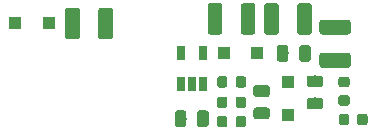
<source format=gbr>
%TF.GenerationSoftware,KiCad,Pcbnew,(5.0.2)-1*%
%TF.CreationDate,2019-03-05T14:35:33+01:00*%
%TF.ProjectId,ac-dc-converter-mp171,61632d64-632d-4636-9f6e-766572746572,rev?*%
%TF.SameCoordinates,Original*%
%TF.FileFunction,Paste,Top*%
%TF.FilePolarity,Positive*%
%FSLAX46Y46*%
G04 Gerber Fmt 4.6, Leading zero omitted, Abs format (unit mm)*
G04 Created by KiCad (PCBNEW (5.0.2)-1) date 05/03/2019 14:35:33*
%MOMM*%
%LPD*%
G01*
G04 APERTURE LIST*
%ADD10C,0.100000*%
%ADD11C,0.875000*%
%ADD12C,1.250000*%
%ADD13C,0.975000*%
%ADD14R,0.650000X1.220000*%
%ADD15R,1.100000X1.100000*%
G04 APERTURE END LIST*
D10*
G36*
X139533691Y-105698053D02*
X139554926Y-105701203D01*
X139575750Y-105706419D01*
X139595962Y-105713651D01*
X139615368Y-105722830D01*
X139633781Y-105733866D01*
X139651024Y-105746654D01*
X139666930Y-105761070D01*
X139681346Y-105776976D01*
X139694134Y-105794219D01*
X139705170Y-105812632D01*
X139714349Y-105832038D01*
X139721581Y-105852250D01*
X139726797Y-105873074D01*
X139729947Y-105894309D01*
X139731000Y-105915750D01*
X139731000Y-106428250D01*
X139729947Y-106449691D01*
X139726797Y-106470926D01*
X139721581Y-106491750D01*
X139714349Y-106511962D01*
X139705170Y-106531368D01*
X139694134Y-106549781D01*
X139681346Y-106567024D01*
X139666930Y-106582930D01*
X139651024Y-106597346D01*
X139633781Y-106610134D01*
X139615368Y-106621170D01*
X139595962Y-106630349D01*
X139575750Y-106637581D01*
X139554926Y-106642797D01*
X139533691Y-106645947D01*
X139512250Y-106647000D01*
X139074750Y-106647000D01*
X139053309Y-106645947D01*
X139032074Y-106642797D01*
X139011250Y-106637581D01*
X138991038Y-106630349D01*
X138971632Y-106621170D01*
X138953219Y-106610134D01*
X138935976Y-106597346D01*
X138920070Y-106582930D01*
X138905654Y-106567024D01*
X138892866Y-106549781D01*
X138881830Y-106531368D01*
X138872651Y-106511962D01*
X138865419Y-106491750D01*
X138860203Y-106470926D01*
X138857053Y-106449691D01*
X138856000Y-106428250D01*
X138856000Y-105915750D01*
X138857053Y-105894309D01*
X138860203Y-105873074D01*
X138865419Y-105852250D01*
X138872651Y-105832038D01*
X138881830Y-105812632D01*
X138892866Y-105794219D01*
X138905654Y-105776976D01*
X138920070Y-105761070D01*
X138935976Y-105746654D01*
X138953219Y-105733866D01*
X138971632Y-105722830D01*
X138991038Y-105713651D01*
X139011250Y-105706419D01*
X139032074Y-105701203D01*
X139053309Y-105698053D01*
X139074750Y-105697000D01*
X139512250Y-105697000D01*
X139533691Y-105698053D01*
X139533691Y-105698053D01*
G37*
D11*
X139293500Y-106172000D03*
D10*
G36*
X141108691Y-105698053D02*
X141129926Y-105701203D01*
X141150750Y-105706419D01*
X141170962Y-105713651D01*
X141190368Y-105722830D01*
X141208781Y-105733866D01*
X141226024Y-105746654D01*
X141241930Y-105761070D01*
X141256346Y-105776976D01*
X141269134Y-105794219D01*
X141280170Y-105812632D01*
X141289349Y-105832038D01*
X141296581Y-105852250D01*
X141301797Y-105873074D01*
X141304947Y-105894309D01*
X141306000Y-105915750D01*
X141306000Y-106428250D01*
X141304947Y-106449691D01*
X141301797Y-106470926D01*
X141296581Y-106491750D01*
X141289349Y-106511962D01*
X141280170Y-106531368D01*
X141269134Y-106549781D01*
X141256346Y-106567024D01*
X141241930Y-106582930D01*
X141226024Y-106597346D01*
X141208781Y-106610134D01*
X141190368Y-106621170D01*
X141170962Y-106630349D01*
X141150750Y-106637581D01*
X141129926Y-106642797D01*
X141108691Y-106645947D01*
X141087250Y-106647000D01*
X140649750Y-106647000D01*
X140628309Y-106645947D01*
X140607074Y-106642797D01*
X140586250Y-106637581D01*
X140566038Y-106630349D01*
X140546632Y-106621170D01*
X140528219Y-106610134D01*
X140510976Y-106597346D01*
X140495070Y-106582930D01*
X140480654Y-106567024D01*
X140467866Y-106549781D01*
X140456830Y-106531368D01*
X140447651Y-106511962D01*
X140440419Y-106491750D01*
X140435203Y-106470926D01*
X140432053Y-106449691D01*
X140431000Y-106428250D01*
X140431000Y-105915750D01*
X140432053Y-105894309D01*
X140435203Y-105873074D01*
X140440419Y-105852250D01*
X140447651Y-105832038D01*
X140456830Y-105812632D01*
X140467866Y-105794219D01*
X140480654Y-105776976D01*
X140495070Y-105761070D01*
X140510976Y-105746654D01*
X140528219Y-105733866D01*
X140546632Y-105722830D01*
X140566038Y-105713651D01*
X140586250Y-105706419D01*
X140607074Y-105701203D01*
X140628309Y-105698053D01*
X140649750Y-105697000D01*
X141087250Y-105697000D01*
X141108691Y-105698053D01*
X141108691Y-105698053D01*
G37*
D11*
X140868500Y-106172000D03*
D10*
G36*
X139596691Y-102560553D02*
X139617926Y-102563703D01*
X139638750Y-102568919D01*
X139658962Y-102576151D01*
X139678368Y-102585330D01*
X139696781Y-102596366D01*
X139714024Y-102609154D01*
X139729930Y-102623570D01*
X139744346Y-102639476D01*
X139757134Y-102656719D01*
X139768170Y-102675132D01*
X139777349Y-102694538D01*
X139784581Y-102714750D01*
X139789797Y-102735574D01*
X139792947Y-102756809D01*
X139794000Y-102778250D01*
X139794000Y-103215750D01*
X139792947Y-103237191D01*
X139789797Y-103258426D01*
X139784581Y-103279250D01*
X139777349Y-103299462D01*
X139768170Y-103318868D01*
X139757134Y-103337281D01*
X139744346Y-103354524D01*
X139729930Y-103370430D01*
X139714024Y-103384846D01*
X139696781Y-103397634D01*
X139678368Y-103408670D01*
X139658962Y-103417849D01*
X139638750Y-103425081D01*
X139617926Y-103430297D01*
X139596691Y-103433447D01*
X139575250Y-103434500D01*
X139062750Y-103434500D01*
X139041309Y-103433447D01*
X139020074Y-103430297D01*
X138999250Y-103425081D01*
X138979038Y-103417849D01*
X138959632Y-103408670D01*
X138941219Y-103397634D01*
X138923976Y-103384846D01*
X138908070Y-103370430D01*
X138893654Y-103354524D01*
X138880866Y-103337281D01*
X138869830Y-103318868D01*
X138860651Y-103299462D01*
X138853419Y-103279250D01*
X138848203Y-103258426D01*
X138845053Y-103237191D01*
X138844000Y-103215750D01*
X138844000Y-102778250D01*
X138845053Y-102756809D01*
X138848203Y-102735574D01*
X138853419Y-102714750D01*
X138860651Y-102694538D01*
X138869830Y-102675132D01*
X138880866Y-102656719D01*
X138893654Y-102639476D01*
X138908070Y-102623570D01*
X138923976Y-102609154D01*
X138941219Y-102596366D01*
X138959632Y-102585330D01*
X138979038Y-102576151D01*
X138999250Y-102568919D01*
X139020074Y-102563703D01*
X139041309Y-102560553D01*
X139062750Y-102559500D01*
X139575250Y-102559500D01*
X139596691Y-102560553D01*
X139596691Y-102560553D01*
G37*
D11*
X139319000Y-102997000D03*
D10*
G36*
X139596691Y-104135553D02*
X139617926Y-104138703D01*
X139638750Y-104143919D01*
X139658962Y-104151151D01*
X139678368Y-104160330D01*
X139696781Y-104171366D01*
X139714024Y-104184154D01*
X139729930Y-104198570D01*
X139744346Y-104214476D01*
X139757134Y-104231719D01*
X139768170Y-104250132D01*
X139777349Y-104269538D01*
X139784581Y-104289750D01*
X139789797Y-104310574D01*
X139792947Y-104331809D01*
X139794000Y-104353250D01*
X139794000Y-104790750D01*
X139792947Y-104812191D01*
X139789797Y-104833426D01*
X139784581Y-104854250D01*
X139777349Y-104874462D01*
X139768170Y-104893868D01*
X139757134Y-104912281D01*
X139744346Y-104929524D01*
X139729930Y-104945430D01*
X139714024Y-104959846D01*
X139696781Y-104972634D01*
X139678368Y-104983670D01*
X139658962Y-104992849D01*
X139638750Y-105000081D01*
X139617926Y-105005297D01*
X139596691Y-105008447D01*
X139575250Y-105009500D01*
X139062750Y-105009500D01*
X139041309Y-105008447D01*
X139020074Y-105005297D01*
X138999250Y-105000081D01*
X138979038Y-104992849D01*
X138959632Y-104983670D01*
X138941219Y-104972634D01*
X138923976Y-104959846D01*
X138908070Y-104945430D01*
X138893654Y-104929524D01*
X138880866Y-104912281D01*
X138869830Y-104893868D01*
X138860651Y-104874462D01*
X138853419Y-104854250D01*
X138848203Y-104833426D01*
X138845053Y-104812191D01*
X138844000Y-104790750D01*
X138844000Y-104353250D01*
X138845053Y-104331809D01*
X138848203Y-104310574D01*
X138853419Y-104289750D01*
X138860651Y-104269538D01*
X138869830Y-104250132D01*
X138880866Y-104231719D01*
X138893654Y-104214476D01*
X138908070Y-104198570D01*
X138923976Y-104184154D01*
X138941219Y-104171366D01*
X138959632Y-104160330D01*
X138979038Y-104151151D01*
X138999250Y-104143919D01*
X139020074Y-104138703D01*
X139041309Y-104135553D01*
X139062750Y-104134500D01*
X139575250Y-104134500D01*
X139596691Y-104135553D01*
X139596691Y-104135553D01*
G37*
D11*
X139319000Y-104572000D03*
D10*
G36*
X116728504Y-96720204D02*
X116752773Y-96723804D01*
X116776571Y-96729765D01*
X116799671Y-96738030D01*
X116821849Y-96748520D01*
X116842893Y-96761133D01*
X116862598Y-96775747D01*
X116880777Y-96792223D01*
X116897253Y-96810402D01*
X116911867Y-96830107D01*
X116924480Y-96851151D01*
X116934970Y-96873329D01*
X116943235Y-96896429D01*
X116949196Y-96920227D01*
X116952796Y-96944496D01*
X116954000Y-96969000D01*
X116954000Y-99119000D01*
X116952796Y-99143504D01*
X116949196Y-99167773D01*
X116943235Y-99191571D01*
X116934970Y-99214671D01*
X116924480Y-99236849D01*
X116911867Y-99257893D01*
X116897253Y-99277598D01*
X116880777Y-99295777D01*
X116862598Y-99312253D01*
X116842893Y-99326867D01*
X116821849Y-99339480D01*
X116799671Y-99349970D01*
X116776571Y-99358235D01*
X116752773Y-99364196D01*
X116728504Y-99367796D01*
X116704000Y-99369000D01*
X115954000Y-99369000D01*
X115929496Y-99367796D01*
X115905227Y-99364196D01*
X115881429Y-99358235D01*
X115858329Y-99349970D01*
X115836151Y-99339480D01*
X115815107Y-99326867D01*
X115795402Y-99312253D01*
X115777223Y-99295777D01*
X115760747Y-99277598D01*
X115746133Y-99257893D01*
X115733520Y-99236849D01*
X115723030Y-99214671D01*
X115714765Y-99191571D01*
X115708804Y-99167773D01*
X115705204Y-99143504D01*
X115704000Y-99119000D01*
X115704000Y-96969000D01*
X115705204Y-96944496D01*
X115708804Y-96920227D01*
X115714765Y-96896429D01*
X115723030Y-96873329D01*
X115733520Y-96851151D01*
X115746133Y-96830107D01*
X115760747Y-96810402D01*
X115777223Y-96792223D01*
X115795402Y-96775747D01*
X115815107Y-96761133D01*
X115836151Y-96748520D01*
X115858329Y-96738030D01*
X115881429Y-96729765D01*
X115905227Y-96723804D01*
X115929496Y-96720204D01*
X115954000Y-96719000D01*
X116704000Y-96719000D01*
X116728504Y-96720204D01*
X116728504Y-96720204D01*
G37*
D12*
X116329000Y-98044000D03*
D10*
G36*
X119528504Y-96720204D02*
X119552773Y-96723804D01*
X119576571Y-96729765D01*
X119599671Y-96738030D01*
X119621849Y-96748520D01*
X119642893Y-96761133D01*
X119662598Y-96775747D01*
X119680777Y-96792223D01*
X119697253Y-96810402D01*
X119711867Y-96830107D01*
X119724480Y-96851151D01*
X119734970Y-96873329D01*
X119743235Y-96896429D01*
X119749196Y-96920227D01*
X119752796Y-96944496D01*
X119754000Y-96969000D01*
X119754000Y-99119000D01*
X119752796Y-99143504D01*
X119749196Y-99167773D01*
X119743235Y-99191571D01*
X119734970Y-99214671D01*
X119724480Y-99236849D01*
X119711867Y-99257893D01*
X119697253Y-99277598D01*
X119680777Y-99295777D01*
X119662598Y-99312253D01*
X119642893Y-99326867D01*
X119621849Y-99339480D01*
X119599671Y-99349970D01*
X119576571Y-99358235D01*
X119552773Y-99364196D01*
X119528504Y-99367796D01*
X119504000Y-99369000D01*
X118754000Y-99369000D01*
X118729496Y-99367796D01*
X118705227Y-99364196D01*
X118681429Y-99358235D01*
X118658329Y-99349970D01*
X118636151Y-99339480D01*
X118615107Y-99326867D01*
X118595402Y-99312253D01*
X118577223Y-99295777D01*
X118560747Y-99277598D01*
X118546133Y-99257893D01*
X118533520Y-99236849D01*
X118523030Y-99214671D01*
X118514765Y-99191571D01*
X118508804Y-99167773D01*
X118505204Y-99143504D01*
X118504000Y-99119000D01*
X118504000Y-96969000D01*
X118505204Y-96944496D01*
X118508804Y-96920227D01*
X118514765Y-96896429D01*
X118523030Y-96873329D01*
X118533520Y-96851151D01*
X118546133Y-96830107D01*
X118560747Y-96810402D01*
X118577223Y-96792223D01*
X118595402Y-96775747D01*
X118615107Y-96761133D01*
X118636151Y-96748520D01*
X118658329Y-96738030D01*
X118681429Y-96729765D01*
X118705227Y-96723804D01*
X118729496Y-96720204D01*
X118754000Y-96719000D01*
X119504000Y-96719000D01*
X119528504Y-96720204D01*
X119528504Y-96720204D01*
G37*
D12*
X119129000Y-98044000D03*
D10*
G36*
X127633642Y-105409674D02*
X127657303Y-105413184D01*
X127680507Y-105418996D01*
X127703029Y-105427054D01*
X127724653Y-105437282D01*
X127745170Y-105449579D01*
X127764383Y-105463829D01*
X127782107Y-105479893D01*
X127798171Y-105497617D01*
X127812421Y-105516830D01*
X127824718Y-105537347D01*
X127834946Y-105558971D01*
X127843004Y-105581493D01*
X127848816Y-105604697D01*
X127852326Y-105628358D01*
X127853500Y-105652250D01*
X127853500Y-106564750D01*
X127852326Y-106588642D01*
X127848816Y-106612303D01*
X127843004Y-106635507D01*
X127834946Y-106658029D01*
X127824718Y-106679653D01*
X127812421Y-106700170D01*
X127798171Y-106719383D01*
X127782107Y-106737107D01*
X127764383Y-106753171D01*
X127745170Y-106767421D01*
X127724653Y-106779718D01*
X127703029Y-106789946D01*
X127680507Y-106798004D01*
X127657303Y-106803816D01*
X127633642Y-106807326D01*
X127609750Y-106808500D01*
X127122250Y-106808500D01*
X127098358Y-106807326D01*
X127074697Y-106803816D01*
X127051493Y-106798004D01*
X127028971Y-106789946D01*
X127007347Y-106779718D01*
X126986830Y-106767421D01*
X126967617Y-106753171D01*
X126949893Y-106737107D01*
X126933829Y-106719383D01*
X126919579Y-106700170D01*
X126907282Y-106679653D01*
X126897054Y-106658029D01*
X126888996Y-106635507D01*
X126883184Y-106612303D01*
X126879674Y-106588642D01*
X126878500Y-106564750D01*
X126878500Y-105652250D01*
X126879674Y-105628358D01*
X126883184Y-105604697D01*
X126888996Y-105581493D01*
X126897054Y-105558971D01*
X126907282Y-105537347D01*
X126919579Y-105516830D01*
X126933829Y-105497617D01*
X126949893Y-105479893D01*
X126967617Y-105463829D01*
X126986830Y-105449579D01*
X127007347Y-105437282D01*
X127028971Y-105427054D01*
X127051493Y-105418996D01*
X127074697Y-105413184D01*
X127098358Y-105409674D01*
X127122250Y-105408500D01*
X127609750Y-105408500D01*
X127633642Y-105409674D01*
X127633642Y-105409674D01*
G37*
D13*
X127366000Y-106108500D03*
D10*
G36*
X125758642Y-105409674D02*
X125782303Y-105413184D01*
X125805507Y-105418996D01*
X125828029Y-105427054D01*
X125849653Y-105437282D01*
X125870170Y-105449579D01*
X125889383Y-105463829D01*
X125907107Y-105479893D01*
X125923171Y-105497617D01*
X125937421Y-105516830D01*
X125949718Y-105537347D01*
X125959946Y-105558971D01*
X125968004Y-105581493D01*
X125973816Y-105604697D01*
X125977326Y-105628358D01*
X125978500Y-105652250D01*
X125978500Y-106564750D01*
X125977326Y-106588642D01*
X125973816Y-106612303D01*
X125968004Y-106635507D01*
X125959946Y-106658029D01*
X125949718Y-106679653D01*
X125937421Y-106700170D01*
X125923171Y-106719383D01*
X125907107Y-106737107D01*
X125889383Y-106753171D01*
X125870170Y-106767421D01*
X125849653Y-106779718D01*
X125828029Y-106789946D01*
X125805507Y-106798004D01*
X125782303Y-106803816D01*
X125758642Y-106807326D01*
X125734750Y-106808500D01*
X125247250Y-106808500D01*
X125223358Y-106807326D01*
X125199697Y-106803816D01*
X125176493Y-106798004D01*
X125153971Y-106789946D01*
X125132347Y-106779718D01*
X125111830Y-106767421D01*
X125092617Y-106753171D01*
X125074893Y-106737107D01*
X125058829Y-106719383D01*
X125044579Y-106700170D01*
X125032282Y-106679653D01*
X125022054Y-106658029D01*
X125013996Y-106635507D01*
X125008184Y-106612303D01*
X125004674Y-106588642D01*
X125003500Y-106564750D01*
X125003500Y-105652250D01*
X125004674Y-105628358D01*
X125008184Y-105604697D01*
X125013996Y-105581493D01*
X125022054Y-105558971D01*
X125032282Y-105537347D01*
X125044579Y-105516830D01*
X125058829Y-105497617D01*
X125074893Y-105479893D01*
X125092617Y-105463829D01*
X125111830Y-105449579D01*
X125132347Y-105437282D01*
X125153971Y-105427054D01*
X125176493Y-105418996D01*
X125199697Y-105413184D01*
X125223358Y-105409674D01*
X125247250Y-105408500D01*
X125734750Y-105408500D01*
X125758642Y-105409674D01*
X125758642Y-105409674D01*
G37*
D13*
X125491000Y-106108500D03*
D10*
G36*
X130821691Y-104237553D02*
X130842926Y-104240703D01*
X130863750Y-104245919D01*
X130883962Y-104253151D01*
X130903368Y-104262330D01*
X130921781Y-104273366D01*
X130939024Y-104286154D01*
X130954930Y-104300570D01*
X130969346Y-104316476D01*
X130982134Y-104333719D01*
X130993170Y-104352132D01*
X131002349Y-104371538D01*
X131009581Y-104391750D01*
X131014797Y-104412574D01*
X131017947Y-104433809D01*
X131019000Y-104455250D01*
X131019000Y-104967750D01*
X131017947Y-104989191D01*
X131014797Y-105010426D01*
X131009581Y-105031250D01*
X131002349Y-105051462D01*
X130993170Y-105070868D01*
X130982134Y-105089281D01*
X130969346Y-105106524D01*
X130954930Y-105122430D01*
X130939024Y-105136846D01*
X130921781Y-105149634D01*
X130903368Y-105160670D01*
X130883962Y-105169849D01*
X130863750Y-105177081D01*
X130842926Y-105182297D01*
X130821691Y-105185447D01*
X130800250Y-105186500D01*
X130362750Y-105186500D01*
X130341309Y-105185447D01*
X130320074Y-105182297D01*
X130299250Y-105177081D01*
X130279038Y-105169849D01*
X130259632Y-105160670D01*
X130241219Y-105149634D01*
X130223976Y-105136846D01*
X130208070Y-105122430D01*
X130193654Y-105106524D01*
X130180866Y-105089281D01*
X130169830Y-105070868D01*
X130160651Y-105051462D01*
X130153419Y-105031250D01*
X130148203Y-105010426D01*
X130145053Y-104989191D01*
X130144000Y-104967750D01*
X130144000Y-104455250D01*
X130145053Y-104433809D01*
X130148203Y-104412574D01*
X130153419Y-104391750D01*
X130160651Y-104371538D01*
X130169830Y-104352132D01*
X130180866Y-104333719D01*
X130193654Y-104316476D01*
X130208070Y-104300570D01*
X130223976Y-104286154D01*
X130241219Y-104273366D01*
X130259632Y-104262330D01*
X130279038Y-104253151D01*
X130299250Y-104245919D01*
X130320074Y-104240703D01*
X130341309Y-104237553D01*
X130362750Y-104236500D01*
X130800250Y-104236500D01*
X130821691Y-104237553D01*
X130821691Y-104237553D01*
G37*
D11*
X130581500Y-104711500D03*
D10*
G36*
X129246691Y-104237553D02*
X129267926Y-104240703D01*
X129288750Y-104245919D01*
X129308962Y-104253151D01*
X129328368Y-104262330D01*
X129346781Y-104273366D01*
X129364024Y-104286154D01*
X129379930Y-104300570D01*
X129394346Y-104316476D01*
X129407134Y-104333719D01*
X129418170Y-104352132D01*
X129427349Y-104371538D01*
X129434581Y-104391750D01*
X129439797Y-104412574D01*
X129442947Y-104433809D01*
X129444000Y-104455250D01*
X129444000Y-104967750D01*
X129442947Y-104989191D01*
X129439797Y-105010426D01*
X129434581Y-105031250D01*
X129427349Y-105051462D01*
X129418170Y-105070868D01*
X129407134Y-105089281D01*
X129394346Y-105106524D01*
X129379930Y-105122430D01*
X129364024Y-105136846D01*
X129346781Y-105149634D01*
X129328368Y-105160670D01*
X129308962Y-105169849D01*
X129288750Y-105177081D01*
X129267926Y-105182297D01*
X129246691Y-105185447D01*
X129225250Y-105186500D01*
X128787750Y-105186500D01*
X128766309Y-105185447D01*
X128745074Y-105182297D01*
X128724250Y-105177081D01*
X128704038Y-105169849D01*
X128684632Y-105160670D01*
X128666219Y-105149634D01*
X128648976Y-105136846D01*
X128633070Y-105122430D01*
X128618654Y-105106524D01*
X128605866Y-105089281D01*
X128594830Y-105070868D01*
X128585651Y-105051462D01*
X128578419Y-105031250D01*
X128573203Y-105010426D01*
X128570053Y-104989191D01*
X128569000Y-104967750D01*
X128569000Y-104455250D01*
X128570053Y-104433809D01*
X128573203Y-104412574D01*
X128578419Y-104391750D01*
X128585651Y-104371538D01*
X128594830Y-104352132D01*
X128605866Y-104333719D01*
X128618654Y-104316476D01*
X128633070Y-104300570D01*
X128648976Y-104286154D01*
X128666219Y-104273366D01*
X128684632Y-104262330D01*
X128704038Y-104253151D01*
X128724250Y-104245919D01*
X128745074Y-104240703D01*
X128766309Y-104237553D01*
X128787750Y-104236500D01*
X129225250Y-104236500D01*
X129246691Y-104237553D01*
X129246691Y-104237553D01*
G37*
D11*
X129006500Y-104711500D03*
D10*
G36*
X132814142Y-105162674D02*
X132837803Y-105166184D01*
X132861007Y-105171996D01*
X132883529Y-105180054D01*
X132905153Y-105190282D01*
X132925670Y-105202579D01*
X132944883Y-105216829D01*
X132962607Y-105232893D01*
X132978671Y-105250617D01*
X132992921Y-105269830D01*
X133005218Y-105290347D01*
X133015446Y-105311971D01*
X133023504Y-105334493D01*
X133029316Y-105357697D01*
X133032826Y-105381358D01*
X133034000Y-105405250D01*
X133034000Y-105892750D01*
X133032826Y-105916642D01*
X133029316Y-105940303D01*
X133023504Y-105963507D01*
X133015446Y-105986029D01*
X133005218Y-106007653D01*
X132992921Y-106028170D01*
X132978671Y-106047383D01*
X132962607Y-106065107D01*
X132944883Y-106081171D01*
X132925670Y-106095421D01*
X132905153Y-106107718D01*
X132883529Y-106117946D01*
X132861007Y-106126004D01*
X132837803Y-106131816D01*
X132814142Y-106135326D01*
X132790250Y-106136500D01*
X131877750Y-106136500D01*
X131853858Y-106135326D01*
X131830197Y-106131816D01*
X131806993Y-106126004D01*
X131784471Y-106117946D01*
X131762847Y-106107718D01*
X131742330Y-106095421D01*
X131723117Y-106081171D01*
X131705393Y-106065107D01*
X131689329Y-106047383D01*
X131675079Y-106028170D01*
X131662782Y-106007653D01*
X131652554Y-105986029D01*
X131644496Y-105963507D01*
X131638684Y-105940303D01*
X131635174Y-105916642D01*
X131634000Y-105892750D01*
X131634000Y-105405250D01*
X131635174Y-105381358D01*
X131638684Y-105357697D01*
X131644496Y-105334493D01*
X131652554Y-105311971D01*
X131662782Y-105290347D01*
X131675079Y-105269830D01*
X131689329Y-105250617D01*
X131705393Y-105232893D01*
X131723117Y-105216829D01*
X131742330Y-105202579D01*
X131762847Y-105190282D01*
X131784471Y-105180054D01*
X131806993Y-105171996D01*
X131830197Y-105166184D01*
X131853858Y-105162674D01*
X131877750Y-105161500D01*
X132790250Y-105161500D01*
X132814142Y-105162674D01*
X132814142Y-105162674D01*
G37*
D13*
X132334000Y-105649000D03*
D10*
G36*
X132814142Y-103287674D02*
X132837803Y-103291184D01*
X132861007Y-103296996D01*
X132883529Y-103305054D01*
X132905153Y-103315282D01*
X132925670Y-103327579D01*
X132944883Y-103341829D01*
X132962607Y-103357893D01*
X132978671Y-103375617D01*
X132992921Y-103394830D01*
X133005218Y-103415347D01*
X133015446Y-103436971D01*
X133023504Y-103459493D01*
X133029316Y-103482697D01*
X133032826Y-103506358D01*
X133034000Y-103530250D01*
X133034000Y-104017750D01*
X133032826Y-104041642D01*
X133029316Y-104065303D01*
X133023504Y-104088507D01*
X133015446Y-104111029D01*
X133005218Y-104132653D01*
X132992921Y-104153170D01*
X132978671Y-104172383D01*
X132962607Y-104190107D01*
X132944883Y-104206171D01*
X132925670Y-104220421D01*
X132905153Y-104232718D01*
X132883529Y-104242946D01*
X132861007Y-104251004D01*
X132837803Y-104256816D01*
X132814142Y-104260326D01*
X132790250Y-104261500D01*
X131877750Y-104261500D01*
X131853858Y-104260326D01*
X131830197Y-104256816D01*
X131806993Y-104251004D01*
X131784471Y-104242946D01*
X131762847Y-104232718D01*
X131742330Y-104220421D01*
X131723117Y-104206171D01*
X131705393Y-104190107D01*
X131689329Y-104172383D01*
X131675079Y-104153170D01*
X131662782Y-104132653D01*
X131652554Y-104111029D01*
X131644496Y-104088507D01*
X131638684Y-104065303D01*
X131635174Y-104041642D01*
X131634000Y-104017750D01*
X131634000Y-103530250D01*
X131635174Y-103506358D01*
X131638684Y-103482697D01*
X131644496Y-103459493D01*
X131652554Y-103436971D01*
X131662782Y-103415347D01*
X131675079Y-103394830D01*
X131689329Y-103375617D01*
X131705393Y-103357893D01*
X131723117Y-103341829D01*
X131742330Y-103327579D01*
X131762847Y-103315282D01*
X131784471Y-103305054D01*
X131806993Y-103296996D01*
X131830197Y-103291184D01*
X131853858Y-103287674D01*
X131877750Y-103286500D01*
X132790250Y-103286500D01*
X132814142Y-103287674D01*
X132814142Y-103287674D01*
G37*
D13*
X132334000Y-103774000D03*
D10*
G36*
X136269642Y-99885174D02*
X136293303Y-99888684D01*
X136316507Y-99894496D01*
X136339029Y-99902554D01*
X136360653Y-99912782D01*
X136381170Y-99925079D01*
X136400383Y-99939329D01*
X136418107Y-99955393D01*
X136434171Y-99973117D01*
X136448421Y-99992330D01*
X136460718Y-100012847D01*
X136470946Y-100034471D01*
X136479004Y-100056993D01*
X136484816Y-100080197D01*
X136488326Y-100103858D01*
X136489500Y-100127750D01*
X136489500Y-101040250D01*
X136488326Y-101064142D01*
X136484816Y-101087803D01*
X136479004Y-101111007D01*
X136470946Y-101133529D01*
X136460718Y-101155153D01*
X136448421Y-101175670D01*
X136434171Y-101194883D01*
X136418107Y-101212607D01*
X136400383Y-101228671D01*
X136381170Y-101242921D01*
X136360653Y-101255218D01*
X136339029Y-101265446D01*
X136316507Y-101273504D01*
X136293303Y-101279316D01*
X136269642Y-101282826D01*
X136245750Y-101284000D01*
X135758250Y-101284000D01*
X135734358Y-101282826D01*
X135710697Y-101279316D01*
X135687493Y-101273504D01*
X135664971Y-101265446D01*
X135643347Y-101255218D01*
X135622830Y-101242921D01*
X135603617Y-101228671D01*
X135585893Y-101212607D01*
X135569829Y-101194883D01*
X135555579Y-101175670D01*
X135543282Y-101155153D01*
X135533054Y-101133529D01*
X135524996Y-101111007D01*
X135519184Y-101087803D01*
X135515674Y-101064142D01*
X135514500Y-101040250D01*
X135514500Y-100127750D01*
X135515674Y-100103858D01*
X135519184Y-100080197D01*
X135524996Y-100056993D01*
X135533054Y-100034471D01*
X135543282Y-100012847D01*
X135555579Y-99992330D01*
X135569829Y-99973117D01*
X135585893Y-99955393D01*
X135603617Y-99939329D01*
X135622830Y-99925079D01*
X135643347Y-99912782D01*
X135664971Y-99902554D01*
X135687493Y-99894496D01*
X135710697Y-99888684D01*
X135734358Y-99885174D01*
X135758250Y-99884000D01*
X136245750Y-99884000D01*
X136269642Y-99885174D01*
X136269642Y-99885174D01*
G37*
D13*
X136002000Y-100584000D03*
D10*
G36*
X134394642Y-99885174D02*
X134418303Y-99888684D01*
X134441507Y-99894496D01*
X134464029Y-99902554D01*
X134485653Y-99912782D01*
X134506170Y-99925079D01*
X134525383Y-99939329D01*
X134543107Y-99955393D01*
X134559171Y-99973117D01*
X134573421Y-99992330D01*
X134585718Y-100012847D01*
X134595946Y-100034471D01*
X134604004Y-100056993D01*
X134609816Y-100080197D01*
X134613326Y-100103858D01*
X134614500Y-100127750D01*
X134614500Y-101040250D01*
X134613326Y-101064142D01*
X134609816Y-101087803D01*
X134604004Y-101111007D01*
X134595946Y-101133529D01*
X134585718Y-101155153D01*
X134573421Y-101175670D01*
X134559171Y-101194883D01*
X134543107Y-101212607D01*
X134525383Y-101228671D01*
X134506170Y-101242921D01*
X134485653Y-101255218D01*
X134464029Y-101265446D01*
X134441507Y-101273504D01*
X134418303Y-101279316D01*
X134394642Y-101282826D01*
X134370750Y-101284000D01*
X133883250Y-101284000D01*
X133859358Y-101282826D01*
X133835697Y-101279316D01*
X133812493Y-101273504D01*
X133789971Y-101265446D01*
X133768347Y-101255218D01*
X133747830Y-101242921D01*
X133728617Y-101228671D01*
X133710893Y-101212607D01*
X133694829Y-101194883D01*
X133680579Y-101175670D01*
X133668282Y-101155153D01*
X133658054Y-101133529D01*
X133649996Y-101111007D01*
X133644184Y-101087803D01*
X133640674Y-101064142D01*
X133639500Y-101040250D01*
X133639500Y-100127750D01*
X133640674Y-100103858D01*
X133644184Y-100080197D01*
X133649996Y-100056993D01*
X133658054Y-100034471D01*
X133668282Y-100012847D01*
X133680579Y-99992330D01*
X133694829Y-99973117D01*
X133710893Y-99955393D01*
X133728617Y-99939329D01*
X133747830Y-99925079D01*
X133768347Y-99912782D01*
X133789971Y-99902554D01*
X133812493Y-99894496D01*
X133835697Y-99888684D01*
X133859358Y-99885174D01*
X133883250Y-99884000D01*
X134370750Y-99884000D01*
X134394642Y-99885174D01*
X134394642Y-99885174D01*
G37*
D13*
X134127000Y-100584000D03*
D14*
X125478500Y-103164000D03*
X126428500Y-103164000D03*
X127378500Y-103164000D03*
X127378500Y-100544000D03*
X125478500Y-100544000D03*
D10*
G36*
X137322642Y-102462174D02*
X137346303Y-102465684D01*
X137369507Y-102471496D01*
X137392029Y-102479554D01*
X137413653Y-102489782D01*
X137434170Y-102502079D01*
X137453383Y-102516329D01*
X137471107Y-102532393D01*
X137487171Y-102550117D01*
X137501421Y-102569330D01*
X137513718Y-102589847D01*
X137523946Y-102611471D01*
X137532004Y-102633993D01*
X137537816Y-102657197D01*
X137541326Y-102680858D01*
X137542500Y-102704750D01*
X137542500Y-103192250D01*
X137541326Y-103216142D01*
X137537816Y-103239803D01*
X137532004Y-103263007D01*
X137523946Y-103285529D01*
X137513718Y-103307153D01*
X137501421Y-103327670D01*
X137487171Y-103346883D01*
X137471107Y-103364607D01*
X137453383Y-103380671D01*
X137434170Y-103394921D01*
X137413653Y-103407218D01*
X137392029Y-103417446D01*
X137369507Y-103425504D01*
X137346303Y-103431316D01*
X137322642Y-103434826D01*
X137298750Y-103436000D01*
X136386250Y-103436000D01*
X136362358Y-103434826D01*
X136338697Y-103431316D01*
X136315493Y-103425504D01*
X136292971Y-103417446D01*
X136271347Y-103407218D01*
X136250830Y-103394921D01*
X136231617Y-103380671D01*
X136213893Y-103364607D01*
X136197829Y-103346883D01*
X136183579Y-103327670D01*
X136171282Y-103307153D01*
X136161054Y-103285529D01*
X136152996Y-103263007D01*
X136147184Y-103239803D01*
X136143674Y-103216142D01*
X136142500Y-103192250D01*
X136142500Y-102704750D01*
X136143674Y-102680858D01*
X136147184Y-102657197D01*
X136152996Y-102633993D01*
X136161054Y-102611471D01*
X136171282Y-102589847D01*
X136183579Y-102569330D01*
X136197829Y-102550117D01*
X136213893Y-102532393D01*
X136231617Y-102516329D01*
X136250830Y-102502079D01*
X136271347Y-102489782D01*
X136292971Y-102479554D01*
X136315493Y-102471496D01*
X136338697Y-102465684D01*
X136362358Y-102462174D01*
X136386250Y-102461000D01*
X137298750Y-102461000D01*
X137322642Y-102462174D01*
X137322642Y-102462174D01*
G37*
D13*
X136842500Y-102948500D03*
D10*
G36*
X137322642Y-104337174D02*
X137346303Y-104340684D01*
X137369507Y-104346496D01*
X137392029Y-104354554D01*
X137413653Y-104364782D01*
X137434170Y-104377079D01*
X137453383Y-104391329D01*
X137471107Y-104407393D01*
X137487171Y-104425117D01*
X137501421Y-104444330D01*
X137513718Y-104464847D01*
X137523946Y-104486471D01*
X137532004Y-104508993D01*
X137537816Y-104532197D01*
X137541326Y-104555858D01*
X137542500Y-104579750D01*
X137542500Y-105067250D01*
X137541326Y-105091142D01*
X137537816Y-105114803D01*
X137532004Y-105138007D01*
X137523946Y-105160529D01*
X137513718Y-105182153D01*
X137501421Y-105202670D01*
X137487171Y-105221883D01*
X137471107Y-105239607D01*
X137453383Y-105255671D01*
X137434170Y-105269921D01*
X137413653Y-105282218D01*
X137392029Y-105292446D01*
X137369507Y-105300504D01*
X137346303Y-105306316D01*
X137322642Y-105309826D01*
X137298750Y-105311000D01*
X136386250Y-105311000D01*
X136362358Y-105309826D01*
X136338697Y-105306316D01*
X136315493Y-105300504D01*
X136292971Y-105292446D01*
X136271347Y-105282218D01*
X136250830Y-105269921D01*
X136231617Y-105255671D01*
X136213893Y-105239607D01*
X136197829Y-105221883D01*
X136183579Y-105202670D01*
X136171282Y-105182153D01*
X136161054Y-105160529D01*
X136152996Y-105138007D01*
X136147184Y-105114803D01*
X136143674Y-105091142D01*
X136142500Y-105067250D01*
X136142500Y-104579750D01*
X136143674Y-104555858D01*
X136147184Y-104532197D01*
X136152996Y-104508993D01*
X136161054Y-104486471D01*
X136171282Y-104464847D01*
X136183579Y-104444330D01*
X136197829Y-104425117D01*
X136213893Y-104407393D01*
X136231617Y-104391329D01*
X136250830Y-104377079D01*
X136271347Y-104364782D01*
X136292971Y-104354554D01*
X136315493Y-104346496D01*
X136338697Y-104340684D01*
X136362358Y-104337174D01*
X136386250Y-104336000D01*
X137298750Y-104336000D01*
X137322642Y-104337174D01*
X137322642Y-104337174D01*
G37*
D13*
X136842500Y-104823500D03*
D15*
X129159000Y-100584000D03*
X131959000Y-100584000D03*
X134556500Y-102994000D03*
X134556500Y-105794000D03*
X114300000Y-98044000D03*
X111500000Y-98044000D03*
D10*
G36*
X128793504Y-96339204D02*
X128817773Y-96342804D01*
X128841571Y-96348765D01*
X128864671Y-96357030D01*
X128886849Y-96367520D01*
X128907893Y-96380133D01*
X128927598Y-96394747D01*
X128945777Y-96411223D01*
X128962253Y-96429402D01*
X128976867Y-96449107D01*
X128989480Y-96470151D01*
X128999970Y-96492329D01*
X129008235Y-96515429D01*
X129014196Y-96539227D01*
X129017796Y-96563496D01*
X129019000Y-96588000D01*
X129019000Y-98738000D01*
X129017796Y-98762504D01*
X129014196Y-98786773D01*
X129008235Y-98810571D01*
X128999970Y-98833671D01*
X128989480Y-98855849D01*
X128976867Y-98876893D01*
X128962253Y-98896598D01*
X128945777Y-98914777D01*
X128927598Y-98931253D01*
X128907893Y-98945867D01*
X128886849Y-98958480D01*
X128864671Y-98968970D01*
X128841571Y-98977235D01*
X128817773Y-98983196D01*
X128793504Y-98986796D01*
X128769000Y-98988000D01*
X128019000Y-98988000D01*
X127994496Y-98986796D01*
X127970227Y-98983196D01*
X127946429Y-98977235D01*
X127923329Y-98968970D01*
X127901151Y-98958480D01*
X127880107Y-98945867D01*
X127860402Y-98931253D01*
X127842223Y-98914777D01*
X127825747Y-98896598D01*
X127811133Y-98876893D01*
X127798520Y-98855849D01*
X127788030Y-98833671D01*
X127779765Y-98810571D01*
X127773804Y-98786773D01*
X127770204Y-98762504D01*
X127769000Y-98738000D01*
X127769000Y-96588000D01*
X127770204Y-96563496D01*
X127773804Y-96539227D01*
X127779765Y-96515429D01*
X127788030Y-96492329D01*
X127798520Y-96470151D01*
X127811133Y-96449107D01*
X127825747Y-96429402D01*
X127842223Y-96411223D01*
X127860402Y-96394747D01*
X127880107Y-96380133D01*
X127901151Y-96367520D01*
X127923329Y-96357030D01*
X127946429Y-96348765D01*
X127970227Y-96342804D01*
X127994496Y-96339204D01*
X128019000Y-96338000D01*
X128769000Y-96338000D01*
X128793504Y-96339204D01*
X128793504Y-96339204D01*
G37*
D12*
X128394000Y-97663000D03*
D10*
G36*
X131593504Y-96339204D02*
X131617773Y-96342804D01*
X131641571Y-96348765D01*
X131664671Y-96357030D01*
X131686849Y-96367520D01*
X131707893Y-96380133D01*
X131727598Y-96394747D01*
X131745777Y-96411223D01*
X131762253Y-96429402D01*
X131776867Y-96449107D01*
X131789480Y-96470151D01*
X131799970Y-96492329D01*
X131808235Y-96515429D01*
X131814196Y-96539227D01*
X131817796Y-96563496D01*
X131819000Y-96588000D01*
X131819000Y-98738000D01*
X131817796Y-98762504D01*
X131814196Y-98786773D01*
X131808235Y-98810571D01*
X131799970Y-98833671D01*
X131789480Y-98855849D01*
X131776867Y-98876893D01*
X131762253Y-98896598D01*
X131745777Y-98914777D01*
X131727598Y-98931253D01*
X131707893Y-98945867D01*
X131686849Y-98958480D01*
X131664671Y-98968970D01*
X131641571Y-98977235D01*
X131617773Y-98983196D01*
X131593504Y-98986796D01*
X131569000Y-98988000D01*
X130819000Y-98988000D01*
X130794496Y-98986796D01*
X130770227Y-98983196D01*
X130746429Y-98977235D01*
X130723329Y-98968970D01*
X130701151Y-98958480D01*
X130680107Y-98945867D01*
X130660402Y-98931253D01*
X130642223Y-98914777D01*
X130625747Y-98896598D01*
X130611133Y-98876893D01*
X130598520Y-98855849D01*
X130588030Y-98833671D01*
X130579765Y-98810571D01*
X130573804Y-98786773D01*
X130570204Y-98762504D01*
X130569000Y-98738000D01*
X130569000Y-96588000D01*
X130570204Y-96563496D01*
X130573804Y-96539227D01*
X130579765Y-96515429D01*
X130588030Y-96492329D01*
X130598520Y-96470151D01*
X130611133Y-96449107D01*
X130625747Y-96429402D01*
X130642223Y-96411223D01*
X130660402Y-96394747D01*
X130680107Y-96380133D01*
X130701151Y-96367520D01*
X130723329Y-96357030D01*
X130746429Y-96348765D01*
X130770227Y-96342804D01*
X130794496Y-96339204D01*
X130819000Y-96338000D01*
X131569000Y-96338000D01*
X131593504Y-96339204D01*
X131593504Y-96339204D01*
G37*
D12*
X131194000Y-97663000D03*
D10*
G36*
X136356004Y-96339204D02*
X136380273Y-96342804D01*
X136404071Y-96348765D01*
X136427171Y-96357030D01*
X136449349Y-96367520D01*
X136470393Y-96380133D01*
X136490098Y-96394747D01*
X136508277Y-96411223D01*
X136524753Y-96429402D01*
X136539367Y-96449107D01*
X136551980Y-96470151D01*
X136562470Y-96492329D01*
X136570735Y-96515429D01*
X136576696Y-96539227D01*
X136580296Y-96563496D01*
X136581500Y-96588000D01*
X136581500Y-98738000D01*
X136580296Y-98762504D01*
X136576696Y-98786773D01*
X136570735Y-98810571D01*
X136562470Y-98833671D01*
X136551980Y-98855849D01*
X136539367Y-98876893D01*
X136524753Y-98896598D01*
X136508277Y-98914777D01*
X136490098Y-98931253D01*
X136470393Y-98945867D01*
X136449349Y-98958480D01*
X136427171Y-98968970D01*
X136404071Y-98977235D01*
X136380273Y-98983196D01*
X136356004Y-98986796D01*
X136331500Y-98988000D01*
X135581500Y-98988000D01*
X135556996Y-98986796D01*
X135532727Y-98983196D01*
X135508929Y-98977235D01*
X135485829Y-98968970D01*
X135463651Y-98958480D01*
X135442607Y-98945867D01*
X135422902Y-98931253D01*
X135404723Y-98914777D01*
X135388247Y-98896598D01*
X135373633Y-98876893D01*
X135361020Y-98855849D01*
X135350530Y-98833671D01*
X135342265Y-98810571D01*
X135336304Y-98786773D01*
X135332704Y-98762504D01*
X135331500Y-98738000D01*
X135331500Y-96588000D01*
X135332704Y-96563496D01*
X135336304Y-96539227D01*
X135342265Y-96515429D01*
X135350530Y-96492329D01*
X135361020Y-96470151D01*
X135373633Y-96449107D01*
X135388247Y-96429402D01*
X135404723Y-96411223D01*
X135422902Y-96394747D01*
X135442607Y-96380133D01*
X135463651Y-96367520D01*
X135485829Y-96357030D01*
X135508929Y-96348765D01*
X135532727Y-96342804D01*
X135556996Y-96339204D01*
X135581500Y-96338000D01*
X136331500Y-96338000D01*
X136356004Y-96339204D01*
X136356004Y-96339204D01*
G37*
D12*
X135956500Y-97663000D03*
D10*
G36*
X133556004Y-96339204D02*
X133580273Y-96342804D01*
X133604071Y-96348765D01*
X133627171Y-96357030D01*
X133649349Y-96367520D01*
X133670393Y-96380133D01*
X133690098Y-96394747D01*
X133708277Y-96411223D01*
X133724753Y-96429402D01*
X133739367Y-96449107D01*
X133751980Y-96470151D01*
X133762470Y-96492329D01*
X133770735Y-96515429D01*
X133776696Y-96539227D01*
X133780296Y-96563496D01*
X133781500Y-96588000D01*
X133781500Y-98738000D01*
X133780296Y-98762504D01*
X133776696Y-98786773D01*
X133770735Y-98810571D01*
X133762470Y-98833671D01*
X133751980Y-98855849D01*
X133739367Y-98876893D01*
X133724753Y-98896598D01*
X133708277Y-98914777D01*
X133690098Y-98931253D01*
X133670393Y-98945867D01*
X133649349Y-98958480D01*
X133627171Y-98968970D01*
X133604071Y-98977235D01*
X133580273Y-98983196D01*
X133556004Y-98986796D01*
X133531500Y-98988000D01*
X132781500Y-98988000D01*
X132756996Y-98986796D01*
X132732727Y-98983196D01*
X132708929Y-98977235D01*
X132685829Y-98968970D01*
X132663651Y-98958480D01*
X132642607Y-98945867D01*
X132622902Y-98931253D01*
X132604723Y-98914777D01*
X132588247Y-98896598D01*
X132573633Y-98876893D01*
X132561020Y-98855849D01*
X132550530Y-98833671D01*
X132542265Y-98810571D01*
X132536304Y-98786773D01*
X132532704Y-98762504D01*
X132531500Y-98738000D01*
X132531500Y-96588000D01*
X132532704Y-96563496D01*
X132536304Y-96539227D01*
X132542265Y-96515429D01*
X132550530Y-96492329D01*
X132561020Y-96470151D01*
X132573633Y-96449107D01*
X132588247Y-96429402D01*
X132604723Y-96411223D01*
X132622902Y-96394747D01*
X132642607Y-96380133D01*
X132663651Y-96367520D01*
X132685829Y-96357030D01*
X132708929Y-96348765D01*
X132732727Y-96342804D01*
X132756996Y-96339204D01*
X132781500Y-96338000D01*
X133531500Y-96338000D01*
X133556004Y-96339204D01*
X133556004Y-96339204D01*
G37*
D12*
X133156500Y-97663000D03*
D10*
G36*
X139656504Y-97734704D02*
X139680773Y-97738304D01*
X139704571Y-97744265D01*
X139727671Y-97752530D01*
X139749849Y-97763020D01*
X139770893Y-97775633D01*
X139790598Y-97790247D01*
X139808777Y-97806723D01*
X139825253Y-97824902D01*
X139839867Y-97844607D01*
X139852480Y-97865651D01*
X139862970Y-97887829D01*
X139871235Y-97910929D01*
X139877196Y-97934727D01*
X139880796Y-97958996D01*
X139882000Y-97983500D01*
X139882000Y-98733500D01*
X139880796Y-98758004D01*
X139877196Y-98782273D01*
X139871235Y-98806071D01*
X139862970Y-98829171D01*
X139852480Y-98851349D01*
X139839867Y-98872393D01*
X139825253Y-98892098D01*
X139808777Y-98910277D01*
X139790598Y-98926753D01*
X139770893Y-98941367D01*
X139749849Y-98953980D01*
X139727671Y-98964470D01*
X139704571Y-98972735D01*
X139680773Y-98978696D01*
X139656504Y-98982296D01*
X139632000Y-98983500D01*
X137482000Y-98983500D01*
X137457496Y-98982296D01*
X137433227Y-98978696D01*
X137409429Y-98972735D01*
X137386329Y-98964470D01*
X137364151Y-98953980D01*
X137343107Y-98941367D01*
X137323402Y-98926753D01*
X137305223Y-98910277D01*
X137288747Y-98892098D01*
X137274133Y-98872393D01*
X137261520Y-98851349D01*
X137251030Y-98829171D01*
X137242765Y-98806071D01*
X137236804Y-98782273D01*
X137233204Y-98758004D01*
X137232000Y-98733500D01*
X137232000Y-97983500D01*
X137233204Y-97958996D01*
X137236804Y-97934727D01*
X137242765Y-97910929D01*
X137251030Y-97887829D01*
X137261520Y-97865651D01*
X137274133Y-97844607D01*
X137288747Y-97824902D01*
X137305223Y-97806723D01*
X137323402Y-97790247D01*
X137343107Y-97775633D01*
X137364151Y-97763020D01*
X137386329Y-97752530D01*
X137409429Y-97744265D01*
X137433227Y-97738304D01*
X137457496Y-97734704D01*
X137482000Y-97733500D01*
X139632000Y-97733500D01*
X139656504Y-97734704D01*
X139656504Y-97734704D01*
G37*
D12*
X138557000Y-98358500D03*
D10*
G36*
X139656504Y-100534704D02*
X139680773Y-100538304D01*
X139704571Y-100544265D01*
X139727671Y-100552530D01*
X139749849Y-100563020D01*
X139770893Y-100575633D01*
X139790598Y-100590247D01*
X139808777Y-100606723D01*
X139825253Y-100624902D01*
X139839867Y-100644607D01*
X139852480Y-100665651D01*
X139862970Y-100687829D01*
X139871235Y-100710929D01*
X139877196Y-100734727D01*
X139880796Y-100758996D01*
X139882000Y-100783500D01*
X139882000Y-101533500D01*
X139880796Y-101558004D01*
X139877196Y-101582273D01*
X139871235Y-101606071D01*
X139862970Y-101629171D01*
X139852480Y-101651349D01*
X139839867Y-101672393D01*
X139825253Y-101692098D01*
X139808777Y-101710277D01*
X139790598Y-101726753D01*
X139770893Y-101741367D01*
X139749849Y-101753980D01*
X139727671Y-101764470D01*
X139704571Y-101772735D01*
X139680773Y-101778696D01*
X139656504Y-101782296D01*
X139632000Y-101783500D01*
X137482000Y-101783500D01*
X137457496Y-101782296D01*
X137433227Y-101778696D01*
X137409429Y-101772735D01*
X137386329Y-101764470D01*
X137364151Y-101753980D01*
X137343107Y-101741367D01*
X137323402Y-101726753D01*
X137305223Y-101710277D01*
X137288747Y-101692098D01*
X137274133Y-101672393D01*
X137261520Y-101651349D01*
X137251030Y-101629171D01*
X137242765Y-101606071D01*
X137236804Y-101582273D01*
X137233204Y-101558004D01*
X137232000Y-101533500D01*
X137232000Y-100783500D01*
X137233204Y-100758996D01*
X137236804Y-100734727D01*
X137242765Y-100710929D01*
X137251030Y-100687829D01*
X137261520Y-100665651D01*
X137274133Y-100644607D01*
X137288747Y-100624902D01*
X137305223Y-100606723D01*
X137323402Y-100590247D01*
X137343107Y-100575633D01*
X137364151Y-100563020D01*
X137386329Y-100552530D01*
X137409429Y-100544265D01*
X137433227Y-100538304D01*
X137457496Y-100534704D01*
X137482000Y-100533500D01*
X139632000Y-100533500D01*
X139656504Y-100534704D01*
X139656504Y-100534704D01*
G37*
D12*
X138557000Y-101158500D03*
D10*
G36*
X129246691Y-102523053D02*
X129267926Y-102526203D01*
X129288750Y-102531419D01*
X129308962Y-102538651D01*
X129328368Y-102547830D01*
X129346781Y-102558866D01*
X129364024Y-102571654D01*
X129379930Y-102586070D01*
X129394346Y-102601976D01*
X129407134Y-102619219D01*
X129418170Y-102637632D01*
X129427349Y-102657038D01*
X129434581Y-102677250D01*
X129439797Y-102698074D01*
X129442947Y-102719309D01*
X129444000Y-102740750D01*
X129444000Y-103253250D01*
X129442947Y-103274691D01*
X129439797Y-103295926D01*
X129434581Y-103316750D01*
X129427349Y-103336962D01*
X129418170Y-103356368D01*
X129407134Y-103374781D01*
X129394346Y-103392024D01*
X129379930Y-103407930D01*
X129364024Y-103422346D01*
X129346781Y-103435134D01*
X129328368Y-103446170D01*
X129308962Y-103455349D01*
X129288750Y-103462581D01*
X129267926Y-103467797D01*
X129246691Y-103470947D01*
X129225250Y-103472000D01*
X128787750Y-103472000D01*
X128766309Y-103470947D01*
X128745074Y-103467797D01*
X128724250Y-103462581D01*
X128704038Y-103455349D01*
X128684632Y-103446170D01*
X128666219Y-103435134D01*
X128648976Y-103422346D01*
X128633070Y-103407930D01*
X128618654Y-103392024D01*
X128605866Y-103374781D01*
X128594830Y-103356368D01*
X128585651Y-103336962D01*
X128578419Y-103316750D01*
X128573203Y-103295926D01*
X128570053Y-103274691D01*
X128569000Y-103253250D01*
X128569000Y-102740750D01*
X128570053Y-102719309D01*
X128573203Y-102698074D01*
X128578419Y-102677250D01*
X128585651Y-102657038D01*
X128594830Y-102637632D01*
X128605866Y-102619219D01*
X128618654Y-102601976D01*
X128633070Y-102586070D01*
X128648976Y-102571654D01*
X128666219Y-102558866D01*
X128684632Y-102547830D01*
X128704038Y-102538651D01*
X128724250Y-102531419D01*
X128745074Y-102526203D01*
X128766309Y-102523053D01*
X128787750Y-102522000D01*
X129225250Y-102522000D01*
X129246691Y-102523053D01*
X129246691Y-102523053D01*
G37*
D11*
X129006500Y-102997000D03*
D10*
G36*
X130821691Y-102523053D02*
X130842926Y-102526203D01*
X130863750Y-102531419D01*
X130883962Y-102538651D01*
X130903368Y-102547830D01*
X130921781Y-102558866D01*
X130939024Y-102571654D01*
X130954930Y-102586070D01*
X130969346Y-102601976D01*
X130982134Y-102619219D01*
X130993170Y-102637632D01*
X131002349Y-102657038D01*
X131009581Y-102677250D01*
X131014797Y-102698074D01*
X131017947Y-102719309D01*
X131019000Y-102740750D01*
X131019000Y-103253250D01*
X131017947Y-103274691D01*
X131014797Y-103295926D01*
X131009581Y-103316750D01*
X131002349Y-103336962D01*
X130993170Y-103356368D01*
X130982134Y-103374781D01*
X130969346Y-103392024D01*
X130954930Y-103407930D01*
X130939024Y-103422346D01*
X130921781Y-103435134D01*
X130903368Y-103446170D01*
X130883962Y-103455349D01*
X130863750Y-103462581D01*
X130842926Y-103467797D01*
X130821691Y-103470947D01*
X130800250Y-103472000D01*
X130362750Y-103472000D01*
X130341309Y-103470947D01*
X130320074Y-103467797D01*
X130299250Y-103462581D01*
X130279038Y-103455349D01*
X130259632Y-103446170D01*
X130241219Y-103435134D01*
X130223976Y-103422346D01*
X130208070Y-103407930D01*
X130193654Y-103392024D01*
X130180866Y-103374781D01*
X130169830Y-103356368D01*
X130160651Y-103336962D01*
X130153419Y-103316750D01*
X130148203Y-103295926D01*
X130145053Y-103274691D01*
X130144000Y-103253250D01*
X130144000Y-102740750D01*
X130145053Y-102719309D01*
X130148203Y-102698074D01*
X130153419Y-102677250D01*
X130160651Y-102657038D01*
X130169830Y-102637632D01*
X130180866Y-102619219D01*
X130193654Y-102601976D01*
X130208070Y-102586070D01*
X130223976Y-102571654D01*
X130241219Y-102558866D01*
X130259632Y-102547830D01*
X130279038Y-102538651D01*
X130299250Y-102531419D01*
X130320074Y-102526203D01*
X130341309Y-102523053D01*
X130362750Y-102522000D01*
X130800250Y-102522000D01*
X130821691Y-102523053D01*
X130821691Y-102523053D01*
G37*
D11*
X130581500Y-102997000D03*
D10*
G36*
X129246691Y-105888553D02*
X129267926Y-105891703D01*
X129288750Y-105896919D01*
X129308962Y-105904151D01*
X129328368Y-105913330D01*
X129346781Y-105924366D01*
X129364024Y-105937154D01*
X129379930Y-105951570D01*
X129394346Y-105967476D01*
X129407134Y-105984719D01*
X129418170Y-106003132D01*
X129427349Y-106022538D01*
X129434581Y-106042750D01*
X129439797Y-106063574D01*
X129442947Y-106084809D01*
X129444000Y-106106250D01*
X129444000Y-106618750D01*
X129442947Y-106640191D01*
X129439797Y-106661426D01*
X129434581Y-106682250D01*
X129427349Y-106702462D01*
X129418170Y-106721868D01*
X129407134Y-106740281D01*
X129394346Y-106757524D01*
X129379930Y-106773430D01*
X129364024Y-106787846D01*
X129346781Y-106800634D01*
X129328368Y-106811670D01*
X129308962Y-106820849D01*
X129288750Y-106828081D01*
X129267926Y-106833297D01*
X129246691Y-106836447D01*
X129225250Y-106837500D01*
X128787750Y-106837500D01*
X128766309Y-106836447D01*
X128745074Y-106833297D01*
X128724250Y-106828081D01*
X128704038Y-106820849D01*
X128684632Y-106811670D01*
X128666219Y-106800634D01*
X128648976Y-106787846D01*
X128633070Y-106773430D01*
X128618654Y-106757524D01*
X128605866Y-106740281D01*
X128594830Y-106721868D01*
X128585651Y-106702462D01*
X128578419Y-106682250D01*
X128573203Y-106661426D01*
X128570053Y-106640191D01*
X128569000Y-106618750D01*
X128569000Y-106106250D01*
X128570053Y-106084809D01*
X128573203Y-106063574D01*
X128578419Y-106042750D01*
X128585651Y-106022538D01*
X128594830Y-106003132D01*
X128605866Y-105984719D01*
X128618654Y-105967476D01*
X128633070Y-105951570D01*
X128648976Y-105937154D01*
X128666219Y-105924366D01*
X128684632Y-105913330D01*
X128704038Y-105904151D01*
X128724250Y-105896919D01*
X128745074Y-105891703D01*
X128766309Y-105888553D01*
X128787750Y-105887500D01*
X129225250Y-105887500D01*
X129246691Y-105888553D01*
X129246691Y-105888553D01*
G37*
D11*
X129006500Y-106362500D03*
D10*
G36*
X130821691Y-105888553D02*
X130842926Y-105891703D01*
X130863750Y-105896919D01*
X130883962Y-105904151D01*
X130903368Y-105913330D01*
X130921781Y-105924366D01*
X130939024Y-105937154D01*
X130954930Y-105951570D01*
X130969346Y-105967476D01*
X130982134Y-105984719D01*
X130993170Y-106003132D01*
X131002349Y-106022538D01*
X131009581Y-106042750D01*
X131014797Y-106063574D01*
X131017947Y-106084809D01*
X131019000Y-106106250D01*
X131019000Y-106618750D01*
X131017947Y-106640191D01*
X131014797Y-106661426D01*
X131009581Y-106682250D01*
X131002349Y-106702462D01*
X130993170Y-106721868D01*
X130982134Y-106740281D01*
X130969346Y-106757524D01*
X130954930Y-106773430D01*
X130939024Y-106787846D01*
X130921781Y-106800634D01*
X130903368Y-106811670D01*
X130883962Y-106820849D01*
X130863750Y-106828081D01*
X130842926Y-106833297D01*
X130821691Y-106836447D01*
X130800250Y-106837500D01*
X130362750Y-106837500D01*
X130341309Y-106836447D01*
X130320074Y-106833297D01*
X130299250Y-106828081D01*
X130279038Y-106820849D01*
X130259632Y-106811670D01*
X130241219Y-106800634D01*
X130223976Y-106787846D01*
X130208070Y-106773430D01*
X130193654Y-106757524D01*
X130180866Y-106740281D01*
X130169830Y-106721868D01*
X130160651Y-106702462D01*
X130153419Y-106682250D01*
X130148203Y-106661426D01*
X130145053Y-106640191D01*
X130144000Y-106618750D01*
X130144000Y-106106250D01*
X130145053Y-106084809D01*
X130148203Y-106063574D01*
X130153419Y-106042750D01*
X130160651Y-106022538D01*
X130169830Y-106003132D01*
X130180866Y-105984719D01*
X130193654Y-105967476D01*
X130208070Y-105951570D01*
X130223976Y-105937154D01*
X130241219Y-105924366D01*
X130259632Y-105913330D01*
X130279038Y-105904151D01*
X130299250Y-105896919D01*
X130320074Y-105891703D01*
X130341309Y-105888553D01*
X130362750Y-105887500D01*
X130800250Y-105887500D01*
X130821691Y-105888553D01*
X130821691Y-105888553D01*
G37*
D11*
X130581500Y-106362500D03*
M02*

</source>
